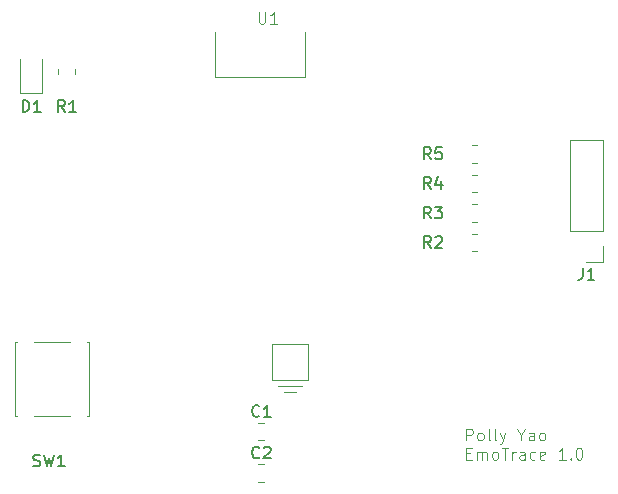
<source format=gbr>
%TF.GenerationSoftware,KiCad,Pcbnew,9.0.5*%
%TF.CreationDate,2026-02-02T17:22:04-08:00*%
%TF.ProjectId,Display device,44697370-6c61-4792-9064-65766963652e,rev?*%
%TF.SameCoordinates,Original*%
%TF.FileFunction,Legend,Top*%
%TF.FilePolarity,Positive*%
%FSLAX46Y46*%
G04 Gerber Fmt 4.6, Leading zero omitted, Abs format (unit mm)*
G04 Created by KiCad (PCBNEW 9.0.5) date 2026-02-02 17:22:04*
%MOMM*%
%LPD*%
G01*
G04 APERTURE LIST*
%ADD10C,0.100000*%
%ADD11C,0.150000*%
%ADD12C,0.120000*%
G04 APERTURE END LIST*
D10*
X150803884Y-113262475D02*
X150803884Y-112262475D01*
X150803884Y-112262475D02*
X151184836Y-112262475D01*
X151184836Y-112262475D02*
X151280074Y-112310094D01*
X151280074Y-112310094D02*
X151327693Y-112357713D01*
X151327693Y-112357713D02*
X151375312Y-112452951D01*
X151375312Y-112452951D02*
X151375312Y-112595808D01*
X151375312Y-112595808D02*
X151327693Y-112691046D01*
X151327693Y-112691046D02*
X151280074Y-112738665D01*
X151280074Y-112738665D02*
X151184836Y-112786284D01*
X151184836Y-112786284D02*
X150803884Y-112786284D01*
X151946741Y-113262475D02*
X151851503Y-113214856D01*
X151851503Y-113214856D02*
X151803884Y-113167236D01*
X151803884Y-113167236D02*
X151756265Y-113071998D01*
X151756265Y-113071998D02*
X151756265Y-112786284D01*
X151756265Y-112786284D02*
X151803884Y-112691046D01*
X151803884Y-112691046D02*
X151851503Y-112643427D01*
X151851503Y-112643427D02*
X151946741Y-112595808D01*
X151946741Y-112595808D02*
X152089598Y-112595808D01*
X152089598Y-112595808D02*
X152184836Y-112643427D01*
X152184836Y-112643427D02*
X152232455Y-112691046D01*
X152232455Y-112691046D02*
X152280074Y-112786284D01*
X152280074Y-112786284D02*
X152280074Y-113071998D01*
X152280074Y-113071998D02*
X152232455Y-113167236D01*
X152232455Y-113167236D02*
X152184836Y-113214856D01*
X152184836Y-113214856D02*
X152089598Y-113262475D01*
X152089598Y-113262475D02*
X151946741Y-113262475D01*
X152851503Y-113262475D02*
X152756265Y-113214856D01*
X152756265Y-113214856D02*
X152708646Y-113119617D01*
X152708646Y-113119617D02*
X152708646Y-112262475D01*
X153375313Y-113262475D02*
X153280075Y-113214856D01*
X153280075Y-113214856D02*
X153232456Y-113119617D01*
X153232456Y-113119617D02*
X153232456Y-112262475D01*
X153661028Y-112595808D02*
X153899123Y-113262475D01*
X154137218Y-112595808D02*
X153899123Y-113262475D01*
X153899123Y-113262475D02*
X153803885Y-113500570D01*
X153803885Y-113500570D02*
X153756266Y-113548189D01*
X153756266Y-113548189D02*
X153661028Y-113595808D01*
X155470552Y-112786284D02*
X155470552Y-113262475D01*
X155137219Y-112262475D02*
X155470552Y-112786284D01*
X155470552Y-112786284D02*
X155803885Y-112262475D01*
X156565790Y-113262475D02*
X156565790Y-112738665D01*
X156565790Y-112738665D02*
X156518171Y-112643427D01*
X156518171Y-112643427D02*
X156422933Y-112595808D01*
X156422933Y-112595808D02*
X156232457Y-112595808D01*
X156232457Y-112595808D02*
X156137219Y-112643427D01*
X156565790Y-113214856D02*
X156470552Y-113262475D01*
X156470552Y-113262475D02*
X156232457Y-113262475D01*
X156232457Y-113262475D02*
X156137219Y-113214856D01*
X156137219Y-113214856D02*
X156089600Y-113119617D01*
X156089600Y-113119617D02*
X156089600Y-113024379D01*
X156089600Y-113024379D02*
X156137219Y-112929141D01*
X156137219Y-112929141D02*
X156232457Y-112881522D01*
X156232457Y-112881522D02*
X156470552Y-112881522D01*
X156470552Y-112881522D02*
X156565790Y-112833903D01*
X157184838Y-113262475D02*
X157089600Y-113214856D01*
X157089600Y-113214856D02*
X157041981Y-113167236D01*
X157041981Y-113167236D02*
X156994362Y-113071998D01*
X156994362Y-113071998D02*
X156994362Y-112786284D01*
X156994362Y-112786284D02*
X157041981Y-112691046D01*
X157041981Y-112691046D02*
X157089600Y-112643427D01*
X157089600Y-112643427D02*
X157184838Y-112595808D01*
X157184838Y-112595808D02*
X157327695Y-112595808D01*
X157327695Y-112595808D02*
X157422933Y-112643427D01*
X157422933Y-112643427D02*
X157470552Y-112691046D01*
X157470552Y-112691046D02*
X157518171Y-112786284D01*
X157518171Y-112786284D02*
X157518171Y-113071998D01*
X157518171Y-113071998D02*
X157470552Y-113167236D01*
X157470552Y-113167236D02*
X157422933Y-113214856D01*
X157422933Y-113214856D02*
X157327695Y-113262475D01*
X157327695Y-113262475D02*
X157184838Y-113262475D01*
X150803884Y-114348609D02*
X151137217Y-114348609D01*
X151280074Y-114872419D02*
X150803884Y-114872419D01*
X150803884Y-114872419D02*
X150803884Y-113872419D01*
X150803884Y-113872419D02*
X151280074Y-113872419D01*
X151708646Y-114872419D02*
X151708646Y-114205752D01*
X151708646Y-114300990D02*
X151756265Y-114253371D01*
X151756265Y-114253371D02*
X151851503Y-114205752D01*
X151851503Y-114205752D02*
X151994360Y-114205752D01*
X151994360Y-114205752D02*
X152089598Y-114253371D01*
X152089598Y-114253371D02*
X152137217Y-114348609D01*
X152137217Y-114348609D02*
X152137217Y-114872419D01*
X152137217Y-114348609D02*
X152184836Y-114253371D01*
X152184836Y-114253371D02*
X152280074Y-114205752D01*
X152280074Y-114205752D02*
X152422931Y-114205752D01*
X152422931Y-114205752D02*
X152518170Y-114253371D01*
X152518170Y-114253371D02*
X152565789Y-114348609D01*
X152565789Y-114348609D02*
X152565789Y-114872419D01*
X153184836Y-114872419D02*
X153089598Y-114824800D01*
X153089598Y-114824800D02*
X153041979Y-114777180D01*
X153041979Y-114777180D02*
X152994360Y-114681942D01*
X152994360Y-114681942D02*
X152994360Y-114396228D01*
X152994360Y-114396228D02*
X153041979Y-114300990D01*
X153041979Y-114300990D02*
X153089598Y-114253371D01*
X153089598Y-114253371D02*
X153184836Y-114205752D01*
X153184836Y-114205752D02*
X153327693Y-114205752D01*
X153327693Y-114205752D02*
X153422931Y-114253371D01*
X153422931Y-114253371D02*
X153470550Y-114300990D01*
X153470550Y-114300990D02*
X153518169Y-114396228D01*
X153518169Y-114396228D02*
X153518169Y-114681942D01*
X153518169Y-114681942D02*
X153470550Y-114777180D01*
X153470550Y-114777180D02*
X153422931Y-114824800D01*
X153422931Y-114824800D02*
X153327693Y-114872419D01*
X153327693Y-114872419D02*
X153184836Y-114872419D01*
X153803884Y-113872419D02*
X154375312Y-113872419D01*
X154089598Y-114872419D02*
X154089598Y-113872419D01*
X154708646Y-114872419D02*
X154708646Y-114205752D01*
X154708646Y-114396228D02*
X154756265Y-114300990D01*
X154756265Y-114300990D02*
X154803884Y-114253371D01*
X154803884Y-114253371D02*
X154899122Y-114205752D01*
X154899122Y-114205752D02*
X154994360Y-114205752D01*
X155756265Y-114872419D02*
X155756265Y-114348609D01*
X155756265Y-114348609D02*
X155708646Y-114253371D01*
X155708646Y-114253371D02*
X155613408Y-114205752D01*
X155613408Y-114205752D02*
X155422932Y-114205752D01*
X155422932Y-114205752D02*
X155327694Y-114253371D01*
X155756265Y-114824800D02*
X155661027Y-114872419D01*
X155661027Y-114872419D02*
X155422932Y-114872419D01*
X155422932Y-114872419D02*
X155327694Y-114824800D01*
X155327694Y-114824800D02*
X155280075Y-114729561D01*
X155280075Y-114729561D02*
X155280075Y-114634323D01*
X155280075Y-114634323D02*
X155327694Y-114539085D01*
X155327694Y-114539085D02*
X155422932Y-114491466D01*
X155422932Y-114491466D02*
X155661027Y-114491466D01*
X155661027Y-114491466D02*
X155756265Y-114443847D01*
X156661027Y-114824800D02*
X156565789Y-114872419D01*
X156565789Y-114872419D02*
X156375313Y-114872419D01*
X156375313Y-114872419D02*
X156280075Y-114824800D01*
X156280075Y-114824800D02*
X156232456Y-114777180D01*
X156232456Y-114777180D02*
X156184837Y-114681942D01*
X156184837Y-114681942D02*
X156184837Y-114396228D01*
X156184837Y-114396228D02*
X156232456Y-114300990D01*
X156232456Y-114300990D02*
X156280075Y-114253371D01*
X156280075Y-114253371D02*
X156375313Y-114205752D01*
X156375313Y-114205752D02*
X156565789Y-114205752D01*
X156565789Y-114205752D02*
X156661027Y-114253371D01*
X157470551Y-114824800D02*
X157375313Y-114872419D01*
X157375313Y-114872419D02*
X157184837Y-114872419D01*
X157184837Y-114872419D02*
X157089599Y-114824800D01*
X157089599Y-114824800D02*
X157041980Y-114729561D01*
X157041980Y-114729561D02*
X157041980Y-114348609D01*
X157041980Y-114348609D02*
X157089599Y-114253371D01*
X157089599Y-114253371D02*
X157184837Y-114205752D01*
X157184837Y-114205752D02*
X157375313Y-114205752D01*
X157375313Y-114205752D02*
X157470551Y-114253371D01*
X157470551Y-114253371D02*
X157518170Y-114348609D01*
X157518170Y-114348609D02*
X157518170Y-114443847D01*
X157518170Y-114443847D02*
X157041980Y-114539085D01*
X159232456Y-114872419D02*
X158661028Y-114872419D01*
X158946742Y-114872419D02*
X158946742Y-113872419D01*
X158946742Y-113872419D02*
X158851504Y-114015276D01*
X158851504Y-114015276D02*
X158756266Y-114110514D01*
X158756266Y-114110514D02*
X158661028Y-114158133D01*
X159661028Y-114777180D02*
X159708647Y-114824800D01*
X159708647Y-114824800D02*
X159661028Y-114872419D01*
X159661028Y-114872419D02*
X159613409Y-114824800D01*
X159613409Y-114824800D02*
X159661028Y-114777180D01*
X159661028Y-114777180D02*
X159661028Y-114872419D01*
X160327694Y-113872419D02*
X160422932Y-113872419D01*
X160422932Y-113872419D02*
X160518170Y-113920038D01*
X160518170Y-113920038D02*
X160565789Y-113967657D01*
X160565789Y-113967657D02*
X160613408Y-114062895D01*
X160613408Y-114062895D02*
X160661027Y-114253371D01*
X160661027Y-114253371D02*
X160661027Y-114491466D01*
X160661027Y-114491466D02*
X160613408Y-114681942D01*
X160613408Y-114681942D02*
X160565789Y-114777180D01*
X160565789Y-114777180D02*
X160518170Y-114824800D01*
X160518170Y-114824800D02*
X160422932Y-114872419D01*
X160422932Y-114872419D02*
X160327694Y-114872419D01*
X160327694Y-114872419D02*
X160232456Y-114824800D01*
X160232456Y-114824800D02*
X160184837Y-114777180D01*
X160184837Y-114777180D02*
X160137218Y-114681942D01*
X160137218Y-114681942D02*
X160089599Y-114491466D01*
X160089599Y-114491466D02*
X160089599Y-114253371D01*
X160089599Y-114253371D02*
X160137218Y-114062895D01*
X160137218Y-114062895D02*
X160184837Y-113967657D01*
X160184837Y-113967657D02*
X160232456Y-113920038D01*
X160232456Y-113920038D02*
X160327694Y-113872419D01*
D11*
X160666666Y-98644819D02*
X160666666Y-99359104D01*
X160666666Y-99359104D02*
X160619047Y-99501961D01*
X160619047Y-99501961D02*
X160523809Y-99597200D01*
X160523809Y-99597200D02*
X160380952Y-99644819D01*
X160380952Y-99644819D02*
X160285714Y-99644819D01*
X161666666Y-99644819D02*
X161095238Y-99644819D01*
X161380952Y-99644819D02*
X161380952Y-98644819D01*
X161380952Y-98644819D02*
X161285714Y-98787676D01*
X161285714Y-98787676D02*
X161190476Y-98882914D01*
X161190476Y-98882914D02*
X161095238Y-98930533D01*
D10*
X133238095Y-76957419D02*
X133238095Y-77766942D01*
X133238095Y-77766942D02*
X133285714Y-77862180D01*
X133285714Y-77862180D02*
X133333333Y-77909800D01*
X133333333Y-77909800D02*
X133428571Y-77957419D01*
X133428571Y-77957419D02*
X133619047Y-77957419D01*
X133619047Y-77957419D02*
X133714285Y-77909800D01*
X133714285Y-77909800D02*
X133761904Y-77862180D01*
X133761904Y-77862180D02*
X133809523Y-77766942D01*
X133809523Y-77766942D02*
X133809523Y-76957419D01*
X134809523Y-77957419D02*
X134238095Y-77957419D01*
X134523809Y-77957419D02*
X134523809Y-76957419D01*
X134523809Y-76957419D02*
X134428571Y-77100276D01*
X134428571Y-77100276D02*
X134333333Y-77195514D01*
X134333333Y-77195514D02*
X134238095Y-77243133D01*
D11*
X114166667Y-115407200D02*
X114309524Y-115454819D01*
X114309524Y-115454819D02*
X114547619Y-115454819D01*
X114547619Y-115454819D02*
X114642857Y-115407200D01*
X114642857Y-115407200D02*
X114690476Y-115359580D01*
X114690476Y-115359580D02*
X114738095Y-115264342D01*
X114738095Y-115264342D02*
X114738095Y-115169104D01*
X114738095Y-115169104D02*
X114690476Y-115073866D01*
X114690476Y-115073866D02*
X114642857Y-115026247D01*
X114642857Y-115026247D02*
X114547619Y-114978628D01*
X114547619Y-114978628D02*
X114357143Y-114931009D01*
X114357143Y-114931009D02*
X114261905Y-114883390D01*
X114261905Y-114883390D02*
X114214286Y-114835771D01*
X114214286Y-114835771D02*
X114166667Y-114740533D01*
X114166667Y-114740533D02*
X114166667Y-114645295D01*
X114166667Y-114645295D02*
X114214286Y-114550057D01*
X114214286Y-114550057D02*
X114261905Y-114502438D01*
X114261905Y-114502438D02*
X114357143Y-114454819D01*
X114357143Y-114454819D02*
X114595238Y-114454819D01*
X114595238Y-114454819D02*
X114738095Y-114502438D01*
X115071429Y-114454819D02*
X115309524Y-115454819D01*
X115309524Y-115454819D02*
X115500000Y-114740533D01*
X115500000Y-114740533D02*
X115690476Y-115454819D01*
X115690476Y-115454819D02*
X115928572Y-114454819D01*
X116833333Y-115454819D02*
X116261905Y-115454819D01*
X116547619Y-115454819D02*
X116547619Y-114454819D01*
X116547619Y-114454819D02*
X116452381Y-114597676D01*
X116452381Y-114597676D02*
X116357143Y-114692914D01*
X116357143Y-114692914D02*
X116261905Y-114740533D01*
X147833333Y-89454819D02*
X147500000Y-88978628D01*
X147261905Y-89454819D02*
X147261905Y-88454819D01*
X147261905Y-88454819D02*
X147642857Y-88454819D01*
X147642857Y-88454819D02*
X147738095Y-88502438D01*
X147738095Y-88502438D02*
X147785714Y-88550057D01*
X147785714Y-88550057D02*
X147833333Y-88645295D01*
X147833333Y-88645295D02*
X147833333Y-88788152D01*
X147833333Y-88788152D02*
X147785714Y-88883390D01*
X147785714Y-88883390D02*
X147738095Y-88931009D01*
X147738095Y-88931009D02*
X147642857Y-88978628D01*
X147642857Y-88978628D02*
X147261905Y-88978628D01*
X148738095Y-88454819D02*
X148261905Y-88454819D01*
X148261905Y-88454819D02*
X148214286Y-88931009D01*
X148214286Y-88931009D02*
X148261905Y-88883390D01*
X148261905Y-88883390D02*
X148357143Y-88835771D01*
X148357143Y-88835771D02*
X148595238Y-88835771D01*
X148595238Y-88835771D02*
X148690476Y-88883390D01*
X148690476Y-88883390D02*
X148738095Y-88931009D01*
X148738095Y-88931009D02*
X148785714Y-89026247D01*
X148785714Y-89026247D02*
X148785714Y-89264342D01*
X148785714Y-89264342D02*
X148738095Y-89359580D01*
X148738095Y-89359580D02*
X148690476Y-89407200D01*
X148690476Y-89407200D02*
X148595238Y-89454819D01*
X148595238Y-89454819D02*
X148357143Y-89454819D01*
X148357143Y-89454819D02*
X148261905Y-89407200D01*
X148261905Y-89407200D02*
X148214286Y-89359580D01*
X147833333Y-91954819D02*
X147500000Y-91478628D01*
X147261905Y-91954819D02*
X147261905Y-90954819D01*
X147261905Y-90954819D02*
X147642857Y-90954819D01*
X147642857Y-90954819D02*
X147738095Y-91002438D01*
X147738095Y-91002438D02*
X147785714Y-91050057D01*
X147785714Y-91050057D02*
X147833333Y-91145295D01*
X147833333Y-91145295D02*
X147833333Y-91288152D01*
X147833333Y-91288152D02*
X147785714Y-91383390D01*
X147785714Y-91383390D02*
X147738095Y-91431009D01*
X147738095Y-91431009D02*
X147642857Y-91478628D01*
X147642857Y-91478628D02*
X147261905Y-91478628D01*
X148690476Y-91288152D02*
X148690476Y-91954819D01*
X148452381Y-90907200D02*
X148214286Y-91621485D01*
X148214286Y-91621485D02*
X148833333Y-91621485D01*
X147833333Y-94454819D02*
X147500000Y-93978628D01*
X147261905Y-94454819D02*
X147261905Y-93454819D01*
X147261905Y-93454819D02*
X147642857Y-93454819D01*
X147642857Y-93454819D02*
X147738095Y-93502438D01*
X147738095Y-93502438D02*
X147785714Y-93550057D01*
X147785714Y-93550057D02*
X147833333Y-93645295D01*
X147833333Y-93645295D02*
X147833333Y-93788152D01*
X147833333Y-93788152D02*
X147785714Y-93883390D01*
X147785714Y-93883390D02*
X147738095Y-93931009D01*
X147738095Y-93931009D02*
X147642857Y-93978628D01*
X147642857Y-93978628D02*
X147261905Y-93978628D01*
X148166667Y-93454819D02*
X148785714Y-93454819D01*
X148785714Y-93454819D02*
X148452381Y-93835771D01*
X148452381Y-93835771D02*
X148595238Y-93835771D01*
X148595238Y-93835771D02*
X148690476Y-93883390D01*
X148690476Y-93883390D02*
X148738095Y-93931009D01*
X148738095Y-93931009D02*
X148785714Y-94026247D01*
X148785714Y-94026247D02*
X148785714Y-94264342D01*
X148785714Y-94264342D02*
X148738095Y-94359580D01*
X148738095Y-94359580D02*
X148690476Y-94407200D01*
X148690476Y-94407200D02*
X148595238Y-94454819D01*
X148595238Y-94454819D02*
X148309524Y-94454819D01*
X148309524Y-94454819D02*
X148214286Y-94407200D01*
X148214286Y-94407200D02*
X148166667Y-94359580D01*
X147833333Y-96954819D02*
X147500000Y-96478628D01*
X147261905Y-96954819D02*
X147261905Y-95954819D01*
X147261905Y-95954819D02*
X147642857Y-95954819D01*
X147642857Y-95954819D02*
X147738095Y-96002438D01*
X147738095Y-96002438D02*
X147785714Y-96050057D01*
X147785714Y-96050057D02*
X147833333Y-96145295D01*
X147833333Y-96145295D02*
X147833333Y-96288152D01*
X147833333Y-96288152D02*
X147785714Y-96383390D01*
X147785714Y-96383390D02*
X147738095Y-96431009D01*
X147738095Y-96431009D02*
X147642857Y-96478628D01*
X147642857Y-96478628D02*
X147261905Y-96478628D01*
X148214286Y-96050057D02*
X148261905Y-96002438D01*
X148261905Y-96002438D02*
X148357143Y-95954819D01*
X148357143Y-95954819D02*
X148595238Y-95954819D01*
X148595238Y-95954819D02*
X148690476Y-96002438D01*
X148690476Y-96002438D02*
X148738095Y-96050057D01*
X148738095Y-96050057D02*
X148785714Y-96145295D01*
X148785714Y-96145295D02*
X148785714Y-96240533D01*
X148785714Y-96240533D02*
X148738095Y-96383390D01*
X148738095Y-96383390D02*
X148166667Y-96954819D01*
X148166667Y-96954819D02*
X148785714Y-96954819D01*
X116833333Y-85454819D02*
X116500000Y-84978628D01*
X116261905Y-85454819D02*
X116261905Y-84454819D01*
X116261905Y-84454819D02*
X116642857Y-84454819D01*
X116642857Y-84454819D02*
X116738095Y-84502438D01*
X116738095Y-84502438D02*
X116785714Y-84550057D01*
X116785714Y-84550057D02*
X116833333Y-84645295D01*
X116833333Y-84645295D02*
X116833333Y-84788152D01*
X116833333Y-84788152D02*
X116785714Y-84883390D01*
X116785714Y-84883390D02*
X116738095Y-84931009D01*
X116738095Y-84931009D02*
X116642857Y-84978628D01*
X116642857Y-84978628D02*
X116261905Y-84978628D01*
X117785714Y-85454819D02*
X117214286Y-85454819D01*
X117500000Y-85454819D02*
X117500000Y-84454819D01*
X117500000Y-84454819D02*
X117404762Y-84597676D01*
X117404762Y-84597676D02*
X117309524Y-84692914D01*
X117309524Y-84692914D02*
X117214286Y-84740533D01*
X113261905Y-85454819D02*
X113261905Y-84454819D01*
X113261905Y-84454819D02*
X113500000Y-84454819D01*
X113500000Y-84454819D02*
X113642857Y-84502438D01*
X113642857Y-84502438D02*
X113738095Y-84597676D01*
X113738095Y-84597676D02*
X113785714Y-84692914D01*
X113785714Y-84692914D02*
X113833333Y-84883390D01*
X113833333Y-84883390D02*
X113833333Y-85026247D01*
X113833333Y-85026247D02*
X113785714Y-85216723D01*
X113785714Y-85216723D02*
X113738095Y-85311961D01*
X113738095Y-85311961D02*
X113642857Y-85407200D01*
X113642857Y-85407200D02*
X113500000Y-85454819D01*
X113500000Y-85454819D02*
X113261905Y-85454819D01*
X114785714Y-85454819D02*
X114214286Y-85454819D01*
X114500000Y-85454819D02*
X114500000Y-84454819D01*
X114500000Y-84454819D02*
X114404762Y-84597676D01*
X114404762Y-84597676D02*
X114309524Y-84692914D01*
X114309524Y-84692914D02*
X114214286Y-84740533D01*
X133295833Y-114679580D02*
X133248214Y-114727200D01*
X133248214Y-114727200D02*
X133105357Y-114774819D01*
X133105357Y-114774819D02*
X133010119Y-114774819D01*
X133010119Y-114774819D02*
X132867262Y-114727200D01*
X132867262Y-114727200D02*
X132772024Y-114631961D01*
X132772024Y-114631961D02*
X132724405Y-114536723D01*
X132724405Y-114536723D02*
X132676786Y-114346247D01*
X132676786Y-114346247D02*
X132676786Y-114203390D01*
X132676786Y-114203390D02*
X132724405Y-114012914D01*
X132724405Y-114012914D02*
X132772024Y-113917676D01*
X132772024Y-113917676D02*
X132867262Y-113822438D01*
X132867262Y-113822438D02*
X133010119Y-113774819D01*
X133010119Y-113774819D02*
X133105357Y-113774819D01*
X133105357Y-113774819D02*
X133248214Y-113822438D01*
X133248214Y-113822438D02*
X133295833Y-113870057D01*
X133676786Y-113870057D02*
X133724405Y-113822438D01*
X133724405Y-113822438D02*
X133819643Y-113774819D01*
X133819643Y-113774819D02*
X134057738Y-113774819D01*
X134057738Y-113774819D02*
X134152976Y-113822438D01*
X134152976Y-113822438D02*
X134200595Y-113870057D01*
X134200595Y-113870057D02*
X134248214Y-113965295D01*
X134248214Y-113965295D02*
X134248214Y-114060533D01*
X134248214Y-114060533D02*
X134200595Y-114203390D01*
X134200595Y-114203390D02*
X133629167Y-114774819D01*
X133629167Y-114774819D02*
X134248214Y-114774819D01*
X133295833Y-111179580D02*
X133248214Y-111227200D01*
X133248214Y-111227200D02*
X133105357Y-111274819D01*
X133105357Y-111274819D02*
X133010119Y-111274819D01*
X133010119Y-111274819D02*
X132867262Y-111227200D01*
X132867262Y-111227200D02*
X132772024Y-111131961D01*
X132772024Y-111131961D02*
X132724405Y-111036723D01*
X132724405Y-111036723D02*
X132676786Y-110846247D01*
X132676786Y-110846247D02*
X132676786Y-110703390D01*
X132676786Y-110703390D02*
X132724405Y-110512914D01*
X132724405Y-110512914D02*
X132772024Y-110417676D01*
X132772024Y-110417676D02*
X132867262Y-110322438D01*
X132867262Y-110322438D02*
X133010119Y-110274819D01*
X133010119Y-110274819D02*
X133105357Y-110274819D01*
X133105357Y-110274819D02*
X133248214Y-110322438D01*
X133248214Y-110322438D02*
X133295833Y-110370057D01*
X134248214Y-111274819D02*
X133676786Y-111274819D01*
X133962500Y-111274819D02*
X133962500Y-110274819D01*
X133962500Y-110274819D02*
X133867262Y-110417676D01*
X133867262Y-110417676D02*
X133772024Y-110512914D01*
X133772024Y-110512914D02*
X133676786Y-110560533D01*
D12*
%TO.C,J1*%
X162380000Y-98190000D02*
X161000000Y-98190000D01*
X162380000Y-96810000D02*
X162380000Y-98190000D01*
X162380000Y-95540000D02*
X162380000Y-87810000D01*
X162380000Y-95540000D02*
X159620000Y-95540000D01*
X162380000Y-87810000D02*
X159620000Y-87810000D01*
X159620000Y-95540000D02*
X159620000Y-87810000D01*
D10*
%TO.C,U1*%
X129585000Y-78710000D02*
X129585000Y-82520000D01*
X129585000Y-82520000D02*
X137205000Y-82520000D01*
X134411000Y-105126000D02*
X137459000Y-105126000D01*
X134411000Y-108174000D02*
X134411000Y-105126000D01*
X134919000Y-108682000D02*
X136951000Y-108682000D01*
X135427000Y-109190000D02*
X136443000Y-109190000D01*
X137205000Y-82520000D02*
X137205000Y-78710000D01*
X137459000Y-105126000D02*
X137459000Y-108174000D01*
X137459000Y-108174000D02*
X134411000Y-108174000D01*
D12*
%TO.C,SW1*%
X118850000Y-104950000D02*
X118750000Y-104950000D01*
X118850000Y-104950000D02*
X118850000Y-111150000D01*
X117250000Y-104950000D02*
X114250000Y-104950000D01*
X112650000Y-104950000D02*
X112750000Y-104950000D01*
X112650000Y-104950000D02*
X112650000Y-111150000D01*
X118750000Y-111150000D02*
X118850000Y-111150000D01*
X117250000Y-111150000D02*
X114250000Y-111150000D01*
X112650000Y-111150000D02*
X112750000Y-111150000D01*
%TO.C,R5*%
X151272936Y-88265000D02*
X151727064Y-88265000D01*
X151272936Y-89735000D02*
X151727064Y-89735000D01*
%TO.C,R4*%
X151272936Y-90765000D02*
X151727064Y-90765000D01*
X151272936Y-92235000D02*
X151727064Y-92235000D01*
%TO.C,R3*%
X151272936Y-93265000D02*
X151727064Y-93265000D01*
X151272936Y-94735000D02*
X151727064Y-94735000D01*
%TO.C,R2*%
X151272936Y-95765000D02*
X151727064Y-95765000D01*
X151272936Y-97235000D02*
X151727064Y-97235000D01*
%TO.C,R1*%
X116240000Y-82227064D02*
X116240000Y-81772936D01*
X117710000Y-82227064D02*
X117710000Y-81772936D01*
%TO.C,D1*%
X113015000Y-83860000D02*
X114935000Y-83860000D01*
X114935000Y-83860000D02*
X114935000Y-81000000D01*
X113015000Y-81000000D02*
X113015000Y-83860000D01*
%TO.C,C2*%
X133201248Y-115265000D02*
X133723752Y-115265000D01*
X133201248Y-116735000D02*
X133723752Y-116735000D01*
%TO.C,C1*%
X133201248Y-111765000D02*
X133723752Y-111765000D01*
X133201248Y-113235000D02*
X133723752Y-113235000D01*
%TD*%
M02*

</source>
